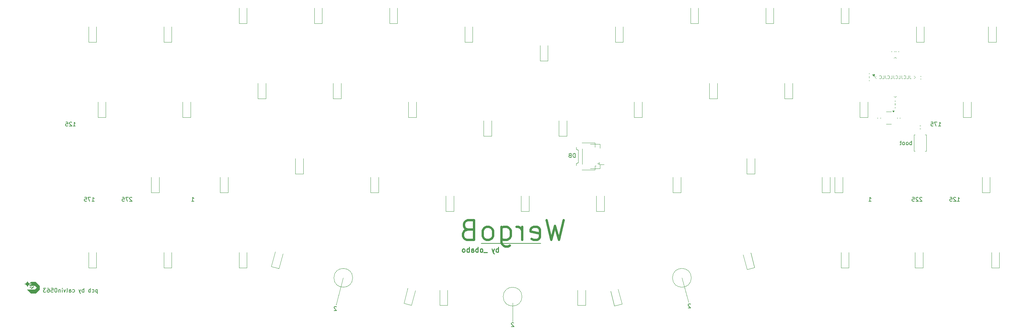
<source format=gbr>
%TF.GenerationSoftware,KiCad,Pcbnew,8.0.8*%
%TF.CreationDate,2025-03-15T15:29:21+01:00*%
%TF.ProjectId,wergob,77657267-6f62-42e6-9b69-6361645f7063,rev?*%
%TF.SameCoordinates,Original*%
%TF.FileFunction,Legend,Bot*%
%TF.FilePolarity,Positive*%
%FSLAX46Y46*%
G04 Gerber Fmt 4.6, Leading zero omitted, Abs format (unit mm)*
G04 Created by KiCad (PCBNEW 8.0.8) date 2025-03-15 15:29:21*
%MOMM*%
%LPD*%
G01*
G04 APERTURE LIST*
%ADD10C,0.100000*%
%ADD11C,0.200000*%
%ADD12C,0.125000*%
%ADD13C,0.625000*%
%ADD14C,0.250000*%
%ADD15C,0.120000*%
%ADD16C,0.000000*%
G04 APERTURE END LIST*
D10*
X107156250Y-95250000D02*
G75*
G02*
X102393750Y-95250000I-2381250J0D01*
G01*
X102393750Y-95250000D02*
G75*
G02*
X107156250Y-95250000I2381250J0D01*
G01*
D11*
X139700000Y-86518750D02*
X154781250Y-86518750D01*
D10*
X147637500Y-106362500D02*
X147637500Y-101600000D01*
X150018750Y-100012500D02*
G75*
G02*
X145256250Y-100012500I-2381250J0D01*
G01*
X145256250Y-100012500D02*
G75*
G02*
X150018750Y-100012500I2381250J0D01*
G01*
X192172361Y-101416135D02*
X190500000Y-95250000D01*
X102952615Y-102121588D02*
X104775000Y-95250000D01*
X192881250Y-95250000D02*
G75*
G02*
X188118750Y-95250000I-2381250J0D01*
G01*
X188118750Y-95250000D02*
G75*
G02*
X192881250Y-95250000I2381250J0D01*
G01*
D12*
X248170238Y-44013595D02*
X248170238Y-44585023D01*
X248170238Y-44585023D02*
X248208333Y-44699309D01*
X248208333Y-44699309D02*
X248284524Y-44775500D01*
X248284524Y-44775500D02*
X248398809Y-44813595D01*
X248398809Y-44813595D02*
X248475000Y-44813595D01*
X247408333Y-44813595D02*
X247789285Y-44813595D01*
X247789285Y-44813595D02*
X247789285Y-44013595D01*
X246684523Y-44737404D02*
X246722619Y-44775500D01*
X246722619Y-44775500D02*
X246836904Y-44813595D01*
X246836904Y-44813595D02*
X246913095Y-44813595D01*
X246913095Y-44813595D02*
X247027381Y-44775500D01*
X247027381Y-44775500D02*
X247103571Y-44699309D01*
X247103571Y-44699309D02*
X247141666Y-44623119D01*
X247141666Y-44623119D02*
X247179762Y-44470738D01*
X247179762Y-44470738D02*
X247179762Y-44356452D01*
X247179762Y-44356452D02*
X247141666Y-44204071D01*
X247141666Y-44204071D02*
X247103571Y-44127880D01*
X247103571Y-44127880D02*
X247027381Y-44051690D01*
X247027381Y-44051690D02*
X246913095Y-44013595D01*
X246913095Y-44013595D02*
X246836904Y-44013595D01*
X246836904Y-44013595D02*
X246722619Y-44051690D01*
X246722619Y-44051690D02*
X246684523Y-44089785D01*
X246113095Y-44013595D02*
X246113095Y-44585023D01*
X246113095Y-44585023D02*
X246151190Y-44699309D01*
X246151190Y-44699309D02*
X246227381Y-44775500D01*
X246227381Y-44775500D02*
X246341666Y-44813595D01*
X246341666Y-44813595D02*
X246417857Y-44813595D01*
X245351190Y-44813595D02*
X245732142Y-44813595D01*
X245732142Y-44813595D02*
X245732142Y-44013595D01*
X244627380Y-44737404D02*
X244665476Y-44775500D01*
X244665476Y-44775500D02*
X244779761Y-44813595D01*
X244779761Y-44813595D02*
X244855952Y-44813595D01*
X244855952Y-44813595D02*
X244970238Y-44775500D01*
X244970238Y-44775500D02*
X245046428Y-44699309D01*
X245046428Y-44699309D02*
X245084523Y-44623119D01*
X245084523Y-44623119D02*
X245122619Y-44470738D01*
X245122619Y-44470738D02*
X245122619Y-44356452D01*
X245122619Y-44356452D02*
X245084523Y-44204071D01*
X245084523Y-44204071D02*
X245046428Y-44127880D01*
X245046428Y-44127880D02*
X244970238Y-44051690D01*
X244970238Y-44051690D02*
X244855952Y-44013595D01*
X244855952Y-44013595D02*
X244779761Y-44013595D01*
X244779761Y-44013595D02*
X244665476Y-44051690D01*
X244665476Y-44051690D02*
X244627380Y-44089785D01*
X244055952Y-44013595D02*
X244055952Y-44585023D01*
X244055952Y-44585023D02*
X244094047Y-44699309D01*
X244094047Y-44699309D02*
X244170238Y-44775500D01*
X244170238Y-44775500D02*
X244284523Y-44813595D01*
X244284523Y-44813595D02*
X244360714Y-44813595D01*
X243294047Y-44813595D02*
X243674999Y-44813595D01*
X243674999Y-44813595D02*
X243674999Y-44013595D01*
X242570237Y-44737404D02*
X242608333Y-44775500D01*
X242608333Y-44775500D02*
X242722618Y-44813595D01*
X242722618Y-44813595D02*
X242798809Y-44813595D01*
X242798809Y-44813595D02*
X242913095Y-44775500D01*
X242913095Y-44775500D02*
X242989285Y-44699309D01*
X242989285Y-44699309D02*
X243027380Y-44623119D01*
X243027380Y-44623119D02*
X243065476Y-44470738D01*
X243065476Y-44470738D02*
X243065476Y-44356452D01*
X243065476Y-44356452D02*
X243027380Y-44204071D01*
X243027380Y-44204071D02*
X242989285Y-44127880D01*
X242989285Y-44127880D02*
X242913095Y-44051690D01*
X242913095Y-44051690D02*
X242798809Y-44013595D01*
X242798809Y-44013595D02*
X242722618Y-44013595D01*
X242722618Y-44013595D02*
X242608333Y-44051690D01*
X242608333Y-44051690D02*
X242570237Y-44089785D01*
X241998809Y-44013595D02*
X241998809Y-44585023D01*
X241998809Y-44585023D02*
X242036904Y-44699309D01*
X242036904Y-44699309D02*
X242113095Y-44775500D01*
X242113095Y-44775500D02*
X242227380Y-44813595D01*
X242227380Y-44813595D02*
X242303571Y-44813595D01*
X241236904Y-44813595D02*
X241617856Y-44813595D01*
X241617856Y-44813595D02*
X241617856Y-44013595D01*
X240513094Y-44737404D02*
X240551190Y-44775500D01*
X240551190Y-44775500D02*
X240665475Y-44813595D01*
X240665475Y-44813595D02*
X240741666Y-44813595D01*
X240741666Y-44813595D02*
X240855952Y-44775500D01*
X240855952Y-44775500D02*
X240932142Y-44699309D01*
X240932142Y-44699309D02*
X240970237Y-44623119D01*
X240970237Y-44623119D02*
X241008333Y-44470738D01*
X241008333Y-44470738D02*
X241008333Y-44356452D01*
X241008333Y-44356452D02*
X240970237Y-44204071D01*
X240970237Y-44204071D02*
X240932142Y-44127880D01*
X240932142Y-44127880D02*
X240855952Y-44051690D01*
X240855952Y-44051690D02*
X240741666Y-44013595D01*
X240741666Y-44013595D02*
X240665475Y-44013595D01*
X240665475Y-44013595D02*
X240551190Y-44051690D01*
X240551190Y-44051690D02*
X240513094Y-44089785D01*
D11*
X163480654Y-64745969D02*
X163480654Y-63745969D01*
X163480654Y-63745969D02*
X163242559Y-63745969D01*
X163242559Y-63745969D02*
X163099702Y-63793588D01*
X163099702Y-63793588D02*
X163004464Y-63888826D01*
X163004464Y-63888826D02*
X162956845Y-63984064D01*
X162956845Y-63984064D02*
X162909226Y-64174540D01*
X162909226Y-64174540D02*
X162909226Y-64317397D01*
X162909226Y-64317397D02*
X162956845Y-64507873D01*
X162956845Y-64507873D02*
X163004464Y-64603111D01*
X163004464Y-64603111D02*
X163099702Y-64698350D01*
X163099702Y-64698350D02*
X163242559Y-64745969D01*
X163242559Y-64745969D02*
X163480654Y-64745969D01*
X162147321Y-64222159D02*
X162004464Y-64269778D01*
X162004464Y-64269778D02*
X161956845Y-64317397D01*
X161956845Y-64317397D02*
X161909226Y-64412635D01*
X161909226Y-64412635D02*
X161909226Y-64555492D01*
X161909226Y-64555492D02*
X161956845Y-64650730D01*
X161956845Y-64650730D02*
X162004464Y-64698350D01*
X162004464Y-64698350D02*
X162099702Y-64745969D01*
X162099702Y-64745969D02*
X162480654Y-64745969D01*
X162480654Y-64745969D02*
X162480654Y-63745969D01*
X162480654Y-63745969D02*
X162147321Y-63745969D01*
X162147321Y-63745969D02*
X162052083Y-63793588D01*
X162052083Y-63793588D02*
X162004464Y-63841207D01*
X162004464Y-63841207D02*
X161956845Y-63936445D01*
X161956845Y-63936445D02*
X161956845Y-64031683D01*
X161956845Y-64031683D02*
X162004464Y-64126921D01*
X162004464Y-64126921D02*
X162052083Y-64174540D01*
X162052083Y-64174540D02*
X162147321Y-64222159D01*
X162147321Y-64222159D02*
X162480654Y-64222159D01*
X251269344Y-74953707D02*
X251221725Y-74906088D01*
X251221725Y-74906088D02*
X251126487Y-74858469D01*
X251126487Y-74858469D02*
X250888392Y-74858469D01*
X250888392Y-74858469D02*
X250793154Y-74906088D01*
X250793154Y-74906088D02*
X250745535Y-74953707D01*
X250745535Y-74953707D02*
X250697916Y-75048945D01*
X250697916Y-75048945D02*
X250697916Y-75144183D01*
X250697916Y-75144183D02*
X250745535Y-75287040D01*
X250745535Y-75287040D02*
X251316963Y-75858469D01*
X251316963Y-75858469D02*
X250697916Y-75858469D01*
X250316963Y-74953707D02*
X250269344Y-74906088D01*
X250269344Y-74906088D02*
X250174106Y-74858469D01*
X250174106Y-74858469D02*
X249936011Y-74858469D01*
X249936011Y-74858469D02*
X249840773Y-74906088D01*
X249840773Y-74906088D02*
X249793154Y-74953707D01*
X249793154Y-74953707D02*
X249745535Y-75048945D01*
X249745535Y-75048945D02*
X249745535Y-75144183D01*
X249745535Y-75144183D02*
X249793154Y-75287040D01*
X249793154Y-75287040D02*
X250364582Y-75858469D01*
X250364582Y-75858469D02*
X249745535Y-75858469D01*
X248840773Y-74858469D02*
X249316963Y-74858469D01*
X249316963Y-74858469D02*
X249364582Y-75334659D01*
X249364582Y-75334659D02*
X249316963Y-75287040D01*
X249316963Y-75287040D02*
X249221725Y-75239421D01*
X249221725Y-75239421D02*
X248983630Y-75239421D01*
X248983630Y-75239421D02*
X248888392Y-75287040D01*
X248888392Y-75287040D02*
X248840773Y-75334659D01*
X248840773Y-75334659D02*
X248793154Y-75429897D01*
X248793154Y-75429897D02*
X248793154Y-75667992D01*
X248793154Y-75667992D02*
X248840773Y-75763230D01*
X248840773Y-75763230D02*
X248888392Y-75810850D01*
X248888392Y-75810850D02*
X248983630Y-75858469D01*
X248983630Y-75858469D02*
X249221725Y-75858469D01*
X249221725Y-75858469D02*
X249316963Y-75810850D01*
X249316963Y-75810850D02*
X249364582Y-75763230D01*
X41147916Y-75858469D02*
X41719344Y-75858469D01*
X41433630Y-75858469D02*
X41433630Y-74858469D01*
X41433630Y-74858469D02*
X41528868Y-75001326D01*
X41528868Y-75001326D02*
X41624106Y-75096564D01*
X41624106Y-75096564D02*
X41719344Y-75144183D01*
X40814582Y-74858469D02*
X40147916Y-74858469D01*
X40147916Y-74858469D02*
X40576487Y-75858469D01*
X39290773Y-74858469D02*
X39766963Y-74858469D01*
X39766963Y-74858469D02*
X39814582Y-75334659D01*
X39814582Y-75334659D02*
X39766963Y-75287040D01*
X39766963Y-75287040D02*
X39671725Y-75239421D01*
X39671725Y-75239421D02*
X39433630Y-75239421D01*
X39433630Y-75239421D02*
X39338392Y-75287040D01*
X39338392Y-75287040D02*
X39290773Y-75334659D01*
X39290773Y-75334659D02*
X39243154Y-75429897D01*
X39243154Y-75429897D02*
X39243154Y-75667992D01*
X39243154Y-75667992D02*
X39290773Y-75763230D01*
X39290773Y-75763230D02*
X39338392Y-75810850D01*
X39338392Y-75810850D02*
X39433630Y-75858469D01*
X39433630Y-75858469D02*
X39671725Y-75858469D01*
X39671725Y-75858469D02*
X39766963Y-75810850D01*
X39766963Y-75810850D02*
X39814582Y-75763230D01*
X260222916Y-75858469D02*
X260794344Y-75858469D01*
X260508630Y-75858469D02*
X260508630Y-74858469D01*
X260508630Y-74858469D02*
X260603868Y-75001326D01*
X260603868Y-75001326D02*
X260699106Y-75096564D01*
X260699106Y-75096564D02*
X260794344Y-75144183D01*
X259841963Y-74953707D02*
X259794344Y-74906088D01*
X259794344Y-74906088D02*
X259699106Y-74858469D01*
X259699106Y-74858469D02*
X259461011Y-74858469D01*
X259461011Y-74858469D02*
X259365773Y-74906088D01*
X259365773Y-74906088D02*
X259318154Y-74953707D01*
X259318154Y-74953707D02*
X259270535Y-75048945D01*
X259270535Y-75048945D02*
X259270535Y-75144183D01*
X259270535Y-75144183D02*
X259318154Y-75287040D01*
X259318154Y-75287040D02*
X259889582Y-75858469D01*
X259889582Y-75858469D02*
X259270535Y-75858469D01*
X258365773Y-74858469D02*
X258841963Y-74858469D01*
X258841963Y-74858469D02*
X258889582Y-75334659D01*
X258889582Y-75334659D02*
X258841963Y-75287040D01*
X258841963Y-75287040D02*
X258746725Y-75239421D01*
X258746725Y-75239421D02*
X258508630Y-75239421D01*
X258508630Y-75239421D02*
X258413392Y-75287040D01*
X258413392Y-75287040D02*
X258365773Y-75334659D01*
X258365773Y-75334659D02*
X258318154Y-75429897D01*
X258318154Y-75429897D02*
X258318154Y-75667992D01*
X258318154Y-75667992D02*
X258365773Y-75763230D01*
X258365773Y-75763230D02*
X258413392Y-75810850D01*
X258413392Y-75810850D02*
X258508630Y-75858469D01*
X258508630Y-75858469D02*
X258746725Y-75858469D01*
X258746725Y-75858469D02*
X258841963Y-75810850D01*
X258841963Y-75810850D02*
X258889582Y-75763230D01*
X51244344Y-74953707D02*
X51196725Y-74906088D01*
X51196725Y-74906088D02*
X51101487Y-74858469D01*
X51101487Y-74858469D02*
X50863392Y-74858469D01*
X50863392Y-74858469D02*
X50768154Y-74906088D01*
X50768154Y-74906088D02*
X50720535Y-74953707D01*
X50720535Y-74953707D02*
X50672916Y-75048945D01*
X50672916Y-75048945D02*
X50672916Y-75144183D01*
X50672916Y-75144183D02*
X50720535Y-75287040D01*
X50720535Y-75287040D02*
X51291963Y-75858469D01*
X51291963Y-75858469D02*
X50672916Y-75858469D01*
X50339582Y-74858469D02*
X49672916Y-74858469D01*
X49672916Y-74858469D02*
X50101487Y-75858469D01*
X48815773Y-74858469D02*
X49291963Y-74858469D01*
X49291963Y-74858469D02*
X49339582Y-75334659D01*
X49339582Y-75334659D02*
X49291963Y-75287040D01*
X49291963Y-75287040D02*
X49196725Y-75239421D01*
X49196725Y-75239421D02*
X48958630Y-75239421D01*
X48958630Y-75239421D02*
X48863392Y-75287040D01*
X48863392Y-75287040D02*
X48815773Y-75334659D01*
X48815773Y-75334659D02*
X48768154Y-75429897D01*
X48768154Y-75429897D02*
X48768154Y-75667992D01*
X48768154Y-75667992D02*
X48815773Y-75763230D01*
X48815773Y-75763230D02*
X48863392Y-75810850D01*
X48863392Y-75810850D02*
X48958630Y-75858469D01*
X48958630Y-75858469D02*
X49196725Y-75858469D01*
X49196725Y-75858469D02*
X49291963Y-75810850D01*
X49291963Y-75810850D02*
X49339582Y-75763230D01*
X42528274Y-98210552D02*
X42528274Y-99210552D01*
X42528274Y-98258171D02*
X42433036Y-98210552D01*
X42433036Y-98210552D02*
X42242560Y-98210552D01*
X42242560Y-98210552D02*
X42147322Y-98258171D01*
X42147322Y-98258171D02*
X42099703Y-98305790D01*
X42099703Y-98305790D02*
X42052084Y-98401028D01*
X42052084Y-98401028D02*
X42052084Y-98686742D01*
X42052084Y-98686742D02*
X42099703Y-98781980D01*
X42099703Y-98781980D02*
X42147322Y-98829600D01*
X42147322Y-98829600D02*
X42242560Y-98877219D01*
X42242560Y-98877219D02*
X42433036Y-98877219D01*
X42433036Y-98877219D02*
X42528274Y-98829600D01*
X41194941Y-98829600D02*
X41290179Y-98877219D01*
X41290179Y-98877219D02*
X41480655Y-98877219D01*
X41480655Y-98877219D02*
X41575893Y-98829600D01*
X41575893Y-98829600D02*
X41623512Y-98781980D01*
X41623512Y-98781980D02*
X41671131Y-98686742D01*
X41671131Y-98686742D02*
X41671131Y-98401028D01*
X41671131Y-98401028D02*
X41623512Y-98305790D01*
X41623512Y-98305790D02*
X41575893Y-98258171D01*
X41575893Y-98258171D02*
X41480655Y-98210552D01*
X41480655Y-98210552D02*
X41290179Y-98210552D01*
X41290179Y-98210552D02*
X41194941Y-98258171D01*
X40766369Y-98877219D02*
X40766369Y-97877219D01*
X40766369Y-98258171D02*
X40671131Y-98210552D01*
X40671131Y-98210552D02*
X40480655Y-98210552D01*
X40480655Y-98210552D02*
X40385417Y-98258171D01*
X40385417Y-98258171D02*
X40337798Y-98305790D01*
X40337798Y-98305790D02*
X40290179Y-98401028D01*
X40290179Y-98401028D02*
X40290179Y-98686742D01*
X40290179Y-98686742D02*
X40337798Y-98781980D01*
X40337798Y-98781980D02*
X40385417Y-98829600D01*
X40385417Y-98829600D02*
X40480655Y-98877219D01*
X40480655Y-98877219D02*
X40671131Y-98877219D01*
X40671131Y-98877219D02*
X40766369Y-98829600D01*
X39099702Y-98877219D02*
X39099702Y-97877219D01*
X39099702Y-98258171D02*
X39004464Y-98210552D01*
X39004464Y-98210552D02*
X38813988Y-98210552D01*
X38813988Y-98210552D02*
X38718750Y-98258171D01*
X38718750Y-98258171D02*
X38671131Y-98305790D01*
X38671131Y-98305790D02*
X38623512Y-98401028D01*
X38623512Y-98401028D02*
X38623512Y-98686742D01*
X38623512Y-98686742D02*
X38671131Y-98781980D01*
X38671131Y-98781980D02*
X38718750Y-98829600D01*
X38718750Y-98829600D02*
X38813988Y-98877219D01*
X38813988Y-98877219D02*
X39004464Y-98877219D01*
X39004464Y-98877219D02*
X39099702Y-98829600D01*
X38290178Y-98210552D02*
X38052083Y-98877219D01*
X37813988Y-98210552D02*
X38052083Y-98877219D01*
X38052083Y-98877219D02*
X38147321Y-99115314D01*
X38147321Y-99115314D02*
X38194940Y-99162933D01*
X38194940Y-99162933D02*
X38290178Y-99210552D01*
X36242559Y-98829600D02*
X36337797Y-98877219D01*
X36337797Y-98877219D02*
X36528273Y-98877219D01*
X36528273Y-98877219D02*
X36623511Y-98829600D01*
X36623511Y-98829600D02*
X36671130Y-98781980D01*
X36671130Y-98781980D02*
X36718749Y-98686742D01*
X36718749Y-98686742D02*
X36718749Y-98401028D01*
X36718749Y-98401028D02*
X36671130Y-98305790D01*
X36671130Y-98305790D02*
X36623511Y-98258171D01*
X36623511Y-98258171D02*
X36528273Y-98210552D01*
X36528273Y-98210552D02*
X36337797Y-98210552D01*
X36337797Y-98210552D02*
X36242559Y-98258171D01*
X35385416Y-98877219D02*
X35385416Y-98353409D01*
X35385416Y-98353409D02*
X35433035Y-98258171D01*
X35433035Y-98258171D02*
X35528273Y-98210552D01*
X35528273Y-98210552D02*
X35718749Y-98210552D01*
X35718749Y-98210552D02*
X35813987Y-98258171D01*
X35385416Y-98829600D02*
X35480654Y-98877219D01*
X35480654Y-98877219D02*
X35718749Y-98877219D01*
X35718749Y-98877219D02*
X35813987Y-98829600D01*
X35813987Y-98829600D02*
X35861606Y-98734361D01*
X35861606Y-98734361D02*
X35861606Y-98639123D01*
X35861606Y-98639123D02*
X35813987Y-98543885D01*
X35813987Y-98543885D02*
X35718749Y-98496266D01*
X35718749Y-98496266D02*
X35480654Y-98496266D01*
X35480654Y-98496266D02*
X35385416Y-98448647D01*
X34766368Y-98877219D02*
X34861606Y-98829600D01*
X34861606Y-98829600D02*
X34909225Y-98734361D01*
X34909225Y-98734361D02*
X34909225Y-97877219D01*
X34480653Y-98210552D02*
X34242558Y-98877219D01*
X34242558Y-98877219D02*
X34004463Y-98210552D01*
X33623510Y-98877219D02*
X33623510Y-98210552D01*
X33623510Y-97877219D02*
X33671129Y-97924838D01*
X33671129Y-97924838D02*
X33623510Y-97972457D01*
X33623510Y-97972457D02*
X33575891Y-97924838D01*
X33575891Y-97924838D02*
X33623510Y-97877219D01*
X33623510Y-97877219D02*
X33623510Y-97972457D01*
X33147320Y-98210552D02*
X33147320Y-98877219D01*
X33147320Y-98305790D02*
X33099701Y-98258171D01*
X33099701Y-98258171D02*
X33004463Y-98210552D01*
X33004463Y-98210552D02*
X32861606Y-98210552D01*
X32861606Y-98210552D02*
X32766368Y-98258171D01*
X32766368Y-98258171D02*
X32718749Y-98353409D01*
X32718749Y-98353409D02*
X32718749Y-98877219D01*
X32052082Y-97877219D02*
X31956844Y-97877219D01*
X31956844Y-97877219D02*
X31861606Y-97924838D01*
X31861606Y-97924838D02*
X31813987Y-97972457D01*
X31813987Y-97972457D02*
X31766368Y-98067695D01*
X31766368Y-98067695D02*
X31718749Y-98258171D01*
X31718749Y-98258171D02*
X31718749Y-98496266D01*
X31718749Y-98496266D02*
X31766368Y-98686742D01*
X31766368Y-98686742D02*
X31813987Y-98781980D01*
X31813987Y-98781980D02*
X31861606Y-98829600D01*
X31861606Y-98829600D02*
X31956844Y-98877219D01*
X31956844Y-98877219D02*
X32052082Y-98877219D01*
X32052082Y-98877219D02*
X32147320Y-98829600D01*
X32147320Y-98829600D02*
X32194939Y-98781980D01*
X32194939Y-98781980D02*
X32242558Y-98686742D01*
X32242558Y-98686742D02*
X32290177Y-98496266D01*
X32290177Y-98496266D02*
X32290177Y-98258171D01*
X32290177Y-98258171D02*
X32242558Y-98067695D01*
X32242558Y-98067695D02*
X32194939Y-97972457D01*
X32194939Y-97972457D02*
X32147320Y-97924838D01*
X32147320Y-97924838D02*
X32052082Y-97877219D01*
X30813987Y-97877219D02*
X31290177Y-97877219D01*
X31290177Y-97877219D02*
X31337796Y-98353409D01*
X31337796Y-98353409D02*
X31290177Y-98305790D01*
X31290177Y-98305790D02*
X31194939Y-98258171D01*
X31194939Y-98258171D02*
X30956844Y-98258171D01*
X30956844Y-98258171D02*
X30861606Y-98305790D01*
X30861606Y-98305790D02*
X30813987Y-98353409D01*
X30813987Y-98353409D02*
X30766368Y-98448647D01*
X30766368Y-98448647D02*
X30766368Y-98686742D01*
X30766368Y-98686742D02*
X30813987Y-98781980D01*
X30813987Y-98781980D02*
X30861606Y-98829600D01*
X30861606Y-98829600D02*
X30956844Y-98877219D01*
X30956844Y-98877219D02*
X31194939Y-98877219D01*
X31194939Y-98877219D02*
X31290177Y-98829600D01*
X31290177Y-98829600D02*
X31337796Y-98781980D01*
X29909225Y-97877219D02*
X30099701Y-97877219D01*
X30099701Y-97877219D02*
X30194939Y-97924838D01*
X30194939Y-97924838D02*
X30242558Y-97972457D01*
X30242558Y-97972457D02*
X30337796Y-98115314D01*
X30337796Y-98115314D02*
X30385415Y-98305790D01*
X30385415Y-98305790D02*
X30385415Y-98686742D01*
X30385415Y-98686742D02*
X30337796Y-98781980D01*
X30337796Y-98781980D02*
X30290177Y-98829600D01*
X30290177Y-98829600D02*
X30194939Y-98877219D01*
X30194939Y-98877219D02*
X30004463Y-98877219D01*
X30004463Y-98877219D02*
X29909225Y-98829600D01*
X29909225Y-98829600D02*
X29861606Y-98781980D01*
X29861606Y-98781980D02*
X29813987Y-98686742D01*
X29813987Y-98686742D02*
X29813987Y-98448647D01*
X29813987Y-98448647D02*
X29861606Y-98353409D01*
X29861606Y-98353409D02*
X29909225Y-98305790D01*
X29909225Y-98305790D02*
X30004463Y-98258171D01*
X30004463Y-98258171D02*
X30194939Y-98258171D01*
X30194939Y-98258171D02*
X30290177Y-98305790D01*
X30290177Y-98305790D02*
X30337796Y-98353409D01*
X30337796Y-98353409D02*
X30385415Y-98448647D01*
X29480653Y-97877219D02*
X28861606Y-97877219D01*
X28861606Y-97877219D02*
X29194939Y-98258171D01*
X29194939Y-98258171D02*
X29052082Y-98258171D01*
X29052082Y-98258171D02*
X28956844Y-98305790D01*
X28956844Y-98305790D02*
X28909225Y-98353409D01*
X28909225Y-98353409D02*
X28861606Y-98448647D01*
X28861606Y-98448647D02*
X28861606Y-98686742D01*
X28861606Y-98686742D02*
X28909225Y-98781980D01*
X28909225Y-98781980D02*
X28956844Y-98829600D01*
X28956844Y-98829600D02*
X29052082Y-98877219D01*
X29052082Y-98877219D02*
X29337796Y-98877219D01*
X29337796Y-98877219D02*
X29433034Y-98829600D01*
X29433034Y-98829600D02*
X29480653Y-98781980D01*
X255460416Y-56808469D02*
X256031844Y-56808469D01*
X255746130Y-56808469D02*
X255746130Y-55808469D01*
X255746130Y-55808469D02*
X255841368Y-55951326D01*
X255841368Y-55951326D02*
X255936606Y-56046564D01*
X255936606Y-56046564D02*
X256031844Y-56094183D01*
X255127082Y-55808469D02*
X254460416Y-55808469D01*
X254460416Y-55808469D02*
X254888987Y-56808469D01*
X253603273Y-55808469D02*
X254079463Y-55808469D01*
X254079463Y-55808469D02*
X254127082Y-56284659D01*
X254127082Y-56284659D02*
X254079463Y-56237040D01*
X254079463Y-56237040D02*
X253984225Y-56189421D01*
X253984225Y-56189421D02*
X253746130Y-56189421D01*
X253746130Y-56189421D02*
X253650892Y-56237040D01*
X253650892Y-56237040D02*
X253603273Y-56284659D01*
X253603273Y-56284659D02*
X253555654Y-56379897D01*
X253555654Y-56379897D02*
X253555654Y-56617992D01*
X253555654Y-56617992D02*
X253603273Y-56713230D01*
X253603273Y-56713230D02*
X253650892Y-56760850D01*
X253650892Y-56760850D02*
X253746130Y-56808469D01*
X253746130Y-56808469D02*
X253984225Y-56808469D01*
X253984225Y-56808469D02*
X254079463Y-56760850D01*
X254079463Y-56760850D02*
X254127082Y-56713230D01*
X66389285Y-75858469D02*
X66960713Y-75858469D01*
X66674999Y-75858469D02*
X66674999Y-74858469D01*
X66674999Y-74858469D02*
X66770237Y-75001326D01*
X66770237Y-75001326D02*
X66865475Y-75096564D01*
X66865475Y-75096564D02*
X66960713Y-75144183D01*
X36385416Y-56808469D02*
X36956844Y-56808469D01*
X36671130Y-56808469D02*
X36671130Y-55808469D01*
X36671130Y-55808469D02*
X36766368Y-55951326D01*
X36766368Y-55951326D02*
X36861606Y-56046564D01*
X36861606Y-56046564D02*
X36956844Y-56094183D01*
X36004463Y-55903707D02*
X35956844Y-55856088D01*
X35956844Y-55856088D02*
X35861606Y-55808469D01*
X35861606Y-55808469D02*
X35623511Y-55808469D01*
X35623511Y-55808469D02*
X35528273Y-55856088D01*
X35528273Y-55856088D02*
X35480654Y-55903707D01*
X35480654Y-55903707D02*
X35433035Y-55998945D01*
X35433035Y-55998945D02*
X35433035Y-56094183D01*
X35433035Y-56094183D02*
X35480654Y-56237040D01*
X35480654Y-56237040D02*
X36052082Y-56808469D01*
X36052082Y-56808469D02*
X35433035Y-56808469D01*
X34528273Y-55808469D02*
X35004463Y-55808469D01*
X35004463Y-55808469D02*
X35052082Y-56284659D01*
X35052082Y-56284659D02*
X35004463Y-56237040D01*
X35004463Y-56237040D02*
X34909225Y-56189421D01*
X34909225Y-56189421D02*
X34671130Y-56189421D01*
X34671130Y-56189421D02*
X34575892Y-56237040D01*
X34575892Y-56237040D02*
X34528273Y-56284659D01*
X34528273Y-56284659D02*
X34480654Y-56379897D01*
X34480654Y-56379897D02*
X34480654Y-56617992D01*
X34480654Y-56617992D02*
X34528273Y-56713230D01*
X34528273Y-56713230D02*
X34575892Y-56760850D01*
X34575892Y-56760850D02*
X34671130Y-56808469D01*
X34671130Y-56808469D02*
X34909225Y-56808469D01*
X34909225Y-56808469D02*
X35004463Y-56760850D01*
X35004463Y-56760850D02*
X35052082Y-56713230D01*
X147923213Y-106703707D02*
X147875594Y-106656088D01*
X147875594Y-106656088D02*
X147780356Y-106608469D01*
X147780356Y-106608469D02*
X147542261Y-106608469D01*
X147542261Y-106608469D02*
X147447023Y-106656088D01*
X147447023Y-106656088D02*
X147399404Y-106703707D01*
X147399404Y-106703707D02*
X147351785Y-106798945D01*
X147351785Y-106798945D02*
X147351785Y-106894183D01*
X147351785Y-106894183D02*
X147399404Y-107037040D01*
X147399404Y-107037040D02*
X147970832Y-107608469D01*
X147970832Y-107608469D02*
X147351785Y-107608469D01*
X192670225Y-101941207D02*
X192622606Y-101893588D01*
X192622606Y-101893588D02*
X192527368Y-101845969D01*
X192527368Y-101845969D02*
X192289273Y-101845969D01*
X192289273Y-101845969D02*
X192194035Y-101893588D01*
X192194035Y-101893588D02*
X192146416Y-101941207D01*
X192146416Y-101941207D02*
X192098797Y-102036445D01*
X192098797Y-102036445D02*
X192098797Y-102131683D01*
X192098797Y-102131683D02*
X192146416Y-102274540D01*
X192146416Y-102274540D02*
X192717844Y-102845969D01*
X192717844Y-102845969D02*
X192098797Y-102845969D01*
D13*
X160494643Y-80624345D02*
X159304167Y-85624345D01*
X159304167Y-85624345D02*
X158351786Y-82052916D01*
X158351786Y-82052916D02*
X157399405Y-85624345D01*
X157399405Y-85624345D02*
X156208929Y-80624345D01*
X152399404Y-85386250D02*
X152875595Y-85624345D01*
X152875595Y-85624345D02*
X153827976Y-85624345D01*
X153827976Y-85624345D02*
X154304166Y-85386250D01*
X154304166Y-85386250D02*
X154542262Y-84910059D01*
X154542262Y-84910059D02*
X154542262Y-83005297D01*
X154542262Y-83005297D02*
X154304166Y-82529107D01*
X154304166Y-82529107D02*
X153827976Y-82291011D01*
X153827976Y-82291011D02*
X152875595Y-82291011D01*
X152875595Y-82291011D02*
X152399404Y-82529107D01*
X152399404Y-82529107D02*
X152161309Y-83005297D01*
X152161309Y-83005297D02*
X152161309Y-83481488D01*
X152161309Y-83481488D02*
X154542262Y-83957678D01*
X150018452Y-85624345D02*
X150018452Y-82291011D01*
X150018452Y-83243392D02*
X149780357Y-82767202D01*
X149780357Y-82767202D02*
X149542262Y-82529107D01*
X149542262Y-82529107D02*
X149066071Y-82291011D01*
X149066071Y-82291011D02*
X148589881Y-82291011D01*
X144780357Y-82291011D02*
X144780357Y-86338630D01*
X144780357Y-86338630D02*
X145018452Y-86814821D01*
X145018452Y-86814821D02*
X145256548Y-87052916D01*
X145256548Y-87052916D02*
X145732738Y-87291011D01*
X145732738Y-87291011D02*
X146447024Y-87291011D01*
X146447024Y-87291011D02*
X146923214Y-87052916D01*
X144780357Y-85386250D02*
X145256548Y-85624345D01*
X145256548Y-85624345D02*
X146208929Y-85624345D01*
X146208929Y-85624345D02*
X146685119Y-85386250D01*
X146685119Y-85386250D02*
X146923214Y-85148154D01*
X146923214Y-85148154D02*
X147161310Y-84671964D01*
X147161310Y-84671964D02*
X147161310Y-83243392D01*
X147161310Y-83243392D02*
X146923214Y-82767202D01*
X146923214Y-82767202D02*
X146685119Y-82529107D01*
X146685119Y-82529107D02*
X146208929Y-82291011D01*
X146208929Y-82291011D02*
X145256548Y-82291011D01*
X145256548Y-82291011D02*
X144780357Y-82529107D01*
X141685119Y-85624345D02*
X142161309Y-85386250D01*
X142161309Y-85386250D02*
X142399404Y-85148154D01*
X142399404Y-85148154D02*
X142637500Y-84671964D01*
X142637500Y-84671964D02*
X142637500Y-83243392D01*
X142637500Y-83243392D02*
X142399404Y-82767202D01*
X142399404Y-82767202D02*
X142161309Y-82529107D01*
X142161309Y-82529107D02*
X141685119Y-82291011D01*
X141685119Y-82291011D02*
X140970833Y-82291011D01*
X140970833Y-82291011D02*
X140494642Y-82529107D01*
X140494642Y-82529107D02*
X140256547Y-82767202D01*
X140256547Y-82767202D02*
X140018452Y-83243392D01*
X140018452Y-83243392D02*
X140018452Y-84671964D01*
X140018452Y-84671964D02*
X140256547Y-85148154D01*
X140256547Y-85148154D02*
X140494642Y-85386250D01*
X140494642Y-85386250D02*
X140970833Y-85624345D01*
X140970833Y-85624345D02*
X141685119Y-85624345D01*
X136208928Y-83005297D02*
X135494642Y-83243392D01*
X135494642Y-83243392D02*
X135256547Y-83481488D01*
X135256547Y-83481488D02*
X135018451Y-83957678D01*
X135018451Y-83957678D02*
X135018451Y-84671964D01*
X135018451Y-84671964D02*
X135256547Y-85148154D01*
X135256547Y-85148154D02*
X135494642Y-85386250D01*
X135494642Y-85386250D02*
X135970832Y-85624345D01*
X135970832Y-85624345D02*
X137875594Y-85624345D01*
X137875594Y-85624345D02*
X137875594Y-80624345D01*
X137875594Y-80624345D02*
X136208928Y-80624345D01*
X136208928Y-80624345D02*
X135732737Y-80862440D01*
X135732737Y-80862440D02*
X135494642Y-81100535D01*
X135494642Y-81100535D02*
X135256547Y-81576726D01*
X135256547Y-81576726D02*
X135256547Y-82052916D01*
X135256547Y-82052916D02*
X135494642Y-82529107D01*
X135494642Y-82529107D02*
X135732737Y-82767202D01*
X135732737Y-82767202D02*
X136208928Y-83005297D01*
X136208928Y-83005297D02*
X137875594Y-83005297D01*
D11*
X237839285Y-75858469D02*
X238410713Y-75858469D01*
X238124999Y-75858469D02*
X238124999Y-74858469D01*
X238124999Y-74858469D02*
X238220237Y-75001326D01*
X238220237Y-75001326D02*
X238315475Y-75096564D01*
X238315475Y-75096564D02*
X238410713Y-75144183D01*
X248654761Y-61570969D02*
X248654761Y-60570969D01*
X248654761Y-60951921D02*
X248559523Y-60904302D01*
X248559523Y-60904302D02*
X248369047Y-60904302D01*
X248369047Y-60904302D02*
X248273809Y-60951921D01*
X248273809Y-60951921D02*
X248226190Y-60999540D01*
X248226190Y-60999540D02*
X248178571Y-61094778D01*
X248178571Y-61094778D02*
X248178571Y-61380492D01*
X248178571Y-61380492D02*
X248226190Y-61475730D01*
X248226190Y-61475730D02*
X248273809Y-61523350D01*
X248273809Y-61523350D02*
X248369047Y-61570969D01*
X248369047Y-61570969D02*
X248559523Y-61570969D01*
X248559523Y-61570969D02*
X248654761Y-61523350D01*
X247607142Y-61570969D02*
X247702380Y-61523350D01*
X247702380Y-61523350D02*
X247749999Y-61475730D01*
X247749999Y-61475730D02*
X247797618Y-61380492D01*
X247797618Y-61380492D02*
X247797618Y-61094778D01*
X247797618Y-61094778D02*
X247749999Y-60999540D01*
X247749999Y-60999540D02*
X247702380Y-60951921D01*
X247702380Y-60951921D02*
X247607142Y-60904302D01*
X247607142Y-60904302D02*
X247464285Y-60904302D01*
X247464285Y-60904302D02*
X247369047Y-60951921D01*
X247369047Y-60951921D02*
X247321428Y-60999540D01*
X247321428Y-60999540D02*
X247273809Y-61094778D01*
X247273809Y-61094778D02*
X247273809Y-61380492D01*
X247273809Y-61380492D02*
X247321428Y-61475730D01*
X247321428Y-61475730D02*
X247369047Y-61523350D01*
X247369047Y-61523350D02*
X247464285Y-61570969D01*
X247464285Y-61570969D02*
X247607142Y-61570969D01*
X246702380Y-61570969D02*
X246797618Y-61523350D01*
X246797618Y-61523350D02*
X246845237Y-61475730D01*
X246845237Y-61475730D02*
X246892856Y-61380492D01*
X246892856Y-61380492D02*
X246892856Y-61094778D01*
X246892856Y-61094778D02*
X246845237Y-60999540D01*
X246845237Y-60999540D02*
X246797618Y-60951921D01*
X246797618Y-60951921D02*
X246702380Y-60904302D01*
X246702380Y-60904302D02*
X246559523Y-60904302D01*
X246559523Y-60904302D02*
X246464285Y-60951921D01*
X246464285Y-60951921D02*
X246416666Y-60999540D01*
X246416666Y-60999540D02*
X246369047Y-61094778D01*
X246369047Y-61094778D02*
X246369047Y-61380492D01*
X246369047Y-61380492D02*
X246416666Y-61475730D01*
X246416666Y-61475730D02*
X246464285Y-61523350D01*
X246464285Y-61523350D02*
X246559523Y-61570969D01*
X246559523Y-61570969D02*
X246702380Y-61570969D01*
X246083332Y-60904302D02*
X245702380Y-60904302D01*
X245940475Y-60570969D02*
X245940475Y-61428111D01*
X245940475Y-61428111D02*
X245892856Y-61523350D01*
X245892856Y-61523350D02*
X245797618Y-61570969D01*
X245797618Y-61570969D02*
X245702380Y-61570969D01*
X103034766Y-102607666D02*
X102987147Y-102560047D01*
X102987147Y-102560047D02*
X102891909Y-102512428D01*
X102891909Y-102512428D02*
X102653814Y-102512428D01*
X102653814Y-102512428D02*
X102558576Y-102560047D01*
X102558576Y-102560047D02*
X102510957Y-102607666D01*
X102510957Y-102607666D02*
X102463338Y-102702904D01*
X102463338Y-102702904D02*
X102463338Y-102798142D01*
X102463338Y-102798142D02*
X102510957Y-102940999D01*
X102510957Y-102940999D02*
X103082385Y-103512428D01*
X103082385Y-103512428D02*
X102463338Y-103512428D01*
D14*
X144000407Y-88734023D02*
X144000407Y-87484023D01*
X144000407Y-87960214D02*
X143881360Y-87900690D01*
X143881360Y-87900690D02*
X143643265Y-87900690D01*
X143643265Y-87900690D02*
X143524217Y-87960214D01*
X143524217Y-87960214D02*
X143464693Y-88019738D01*
X143464693Y-88019738D02*
X143405169Y-88138785D01*
X143405169Y-88138785D02*
X143405169Y-88495928D01*
X143405169Y-88495928D02*
X143464693Y-88614976D01*
X143464693Y-88614976D02*
X143524217Y-88674500D01*
X143524217Y-88674500D02*
X143643265Y-88734023D01*
X143643265Y-88734023D02*
X143881360Y-88734023D01*
X143881360Y-88734023D02*
X144000407Y-88674500D01*
X142988503Y-87900690D02*
X142690884Y-88734023D01*
X142393265Y-87900690D02*
X142690884Y-88734023D01*
X142690884Y-88734023D02*
X142809932Y-89031642D01*
X142809932Y-89031642D02*
X142869455Y-89091166D01*
X142869455Y-89091166D02*
X142988503Y-89150690D01*
X141262313Y-88853071D02*
X140309932Y-88853071D01*
X139833741Y-88734023D02*
X139952789Y-88674500D01*
X139952789Y-88674500D02*
X140012312Y-88614976D01*
X140012312Y-88614976D02*
X140071836Y-88495928D01*
X140071836Y-88495928D02*
X140071836Y-88138785D01*
X140071836Y-88138785D02*
X140012312Y-88019738D01*
X140012312Y-88019738D02*
X139952789Y-87960214D01*
X139952789Y-87960214D02*
X139833741Y-87900690D01*
X139833741Y-87900690D02*
X139655170Y-87900690D01*
X139655170Y-87900690D02*
X139536122Y-87960214D01*
X139536122Y-87960214D02*
X139476598Y-88019738D01*
X139476598Y-88019738D02*
X139417074Y-88138785D01*
X139417074Y-88138785D02*
X139417074Y-88495928D01*
X139417074Y-88495928D02*
X139476598Y-88614976D01*
X139476598Y-88614976D02*
X139536122Y-88674500D01*
X139536122Y-88674500D02*
X139655170Y-88734023D01*
X139655170Y-88734023D02*
X139833741Y-88734023D01*
X138881360Y-88734023D02*
X138881360Y-87484023D01*
X138881360Y-87960214D02*
X138762313Y-87900690D01*
X138762313Y-87900690D02*
X138524218Y-87900690D01*
X138524218Y-87900690D02*
X138405170Y-87960214D01*
X138405170Y-87960214D02*
X138345646Y-88019738D01*
X138345646Y-88019738D02*
X138286122Y-88138785D01*
X138286122Y-88138785D02*
X138286122Y-88495928D01*
X138286122Y-88495928D02*
X138345646Y-88614976D01*
X138345646Y-88614976D02*
X138405170Y-88674500D01*
X138405170Y-88674500D02*
X138524218Y-88734023D01*
X138524218Y-88734023D02*
X138762313Y-88734023D01*
X138762313Y-88734023D02*
X138881360Y-88674500D01*
X137214694Y-88734023D02*
X137214694Y-88079261D01*
X137214694Y-88079261D02*
X137274218Y-87960214D01*
X137274218Y-87960214D02*
X137393266Y-87900690D01*
X137393266Y-87900690D02*
X137631361Y-87900690D01*
X137631361Y-87900690D02*
X137750408Y-87960214D01*
X137214694Y-88674500D02*
X137333742Y-88734023D01*
X137333742Y-88734023D02*
X137631361Y-88734023D01*
X137631361Y-88734023D02*
X137750408Y-88674500D01*
X137750408Y-88674500D02*
X137809932Y-88555452D01*
X137809932Y-88555452D02*
X137809932Y-88436404D01*
X137809932Y-88436404D02*
X137750408Y-88317357D01*
X137750408Y-88317357D02*
X137631361Y-88257833D01*
X137631361Y-88257833D02*
X137333742Y-88257833D01*
X137333742Y-88257833D02*
X137214694Y-88198309D01*
X136619456Y-88734023D02*
X136619456Y-87484023D01*
X136619456Y-87960214D02*
X136500409Y-87900690D01*
X136500409Y-87900690D02*
X136262314Y-87900690D01*
X136262314Y-87900690D02*
X136143266Y-87960214D01*
X136143266Y-87960214D02*
X136083742Y-88019738D01*
X136083742Y-88019738D02*
X136024218Y-88138785D01*
X136024218Y-88138785D02*
X136024218Y-88495928D01*
X136024218Y-88495928D02*
X136083742Y-88614976D01*
X136083742Y-88614976D02*
X136143266Y-88674500D01*
X136143266Y-88674500D02*
X136262314Y-88734023D01*
X136262314Y-88734023D02*
X136500409Y-88734023D01*
X136500409Y-88734023D02*
X136619456Y-88674500D01*
X135309933Y-88734023D02*
X135428981Y-88674500D01*
X135428981Y-88674500D02*
X135488504Y-88614976D01*
X135488504Y-88614976D02*
X135548028Y-88495928D01*
X135548028Y-88495928D02*
X135548028Y-88138785D01*
X135548028Y-88138785D02*
X135488504Y-88019738D01*
X135488504Y-88019738D02*
X135428981Y-87960214D01*
X135428981Y-87960214D02*
X135309933Y-87900690D01*
X135309933Y-87900690D02*
X135131362Y-87900690D01*
X135131362Y-87900690D02*
X135012314Y-87960214D01*
X135012314Y-87960214D02*
X134952790Y-88019738D01*
X134952790Y-88019738D02*
X134893266Y-88138785D01*
X134893266Y-88138785D02*
X134893266Y-88495928D01*
X134893266Y-88495928D02*
X134952790Y-88614976D01*
X134952790Y-88614976D02*
X135012314Y-88674500D01*
X135012314Y-88674500D02*
X135131362Y-88734023D01*
X135131362Y-88734023D02*
X135309933Y-88734023D01*
D15*
%TO.C,U2*%
X242237500Y-53208750D02*
X242887500Y-53208750D01*
X242237500Y-56328750D02*
X242887500Y-56328750D01*
X243537500Y-53208750D02*
X242887500Y-53208750D01*
X243537500Y-56328750D02*
X242887500Y-56328750D01*
X244050000Y-53258750D02*
X243810000Y-52928750D01*
X244290000Y-52928750D01*
X244050000Y-53258750D01*
G36*
X244050000Y-53258750D02*
G01*
X243810000Y-52928750D01*
X244290000Y-52928750D01*
X244050000Y-53258750D01*
G37*
%TO.C,D24*%
X235537500Y-50737500D02*
X235537500Y-54597500D01*
X235537500Y-54597500D02*
X237537500Y-54597500D01*
X237537500Y-50737500D02*
X237537500Y-54597500D01*
%TO.C,D22*%
X197437500Y-45975000D02*
X197437500Y-49835000D01*
X197437500Y-49835000D02*
X199437500Y-49835000D01*
X199437500Y-45975000D02*
X199437500Y-49835000D01*
%TO.C,D35*%
X226012500Y-69787500D02*
X226012500Y-73647500D01*
X226012500Y-73647500D02*
X228012500Y-73647500D01*
X228012500Y-69787500D02*
X228012500Y-73647500D01*
%TO.C,C6*%
X244367164Y-51433750D02*
X244582836Y-51433750D01*
X244367164Y-52153750D02*
X244582836Y-52153750D01*
%TO.C,D39*%
X59325000Y-88837500D02*
X59325000Y-92697500D01*
X59325000Y-92697500D02*
X61325000Y-92697500D01*
X61325000Y-88837500D02*
X61325000Y-92697500D01*
%TO.C,D38*%
X40275000Y-88837500D02*
X40275000Y-92697500D01*
X40275000Y-92697500D02*
X42275000Y-92697500D01*
X42275000Y-88837500D02*
X42275000Y-92697500D01*
%TO.C,D25*%
X261731250Y-50737500D02*
X261731250Y-54597500D01*
X261731250Y-54597500D02*
X263731250Y-54597500D01*
X263731250Y-50737500D02*
X263731250Y-54597500D01*
%TO.C,D17*%
X102187500Y-45975000D02*
X102187500Y-49835000D01*
X102187500Y-49835000D02*
X104187500Y-49835000D01*
X104187500Y-45975000D02*
X104187500Y-49835000D01*
%TO.C,D19*%
X140287500Y-55500000D02*
X140287500Y-59360000D01*
X140287500Y-59360000D02*
X142287500Y-59360000D01*
X142287500Y-55500000D02*
X142287500Y-59360000D01*
%TO.C,D21*%
X178387500Y-50737500D02*
X178387500Y-54597500D01*
X178387500Y-54597500D02*
X180387500Y-54597500D01*
X180387500Y-50737500D02*
X180387500Y-54597500D01*
%TO.C,D42*%
X120104563Y-101645504D02*
X122036415Y-102163142D01*
X121103605Y-97917030D02*
X120104563Y-101645504D01*
X123035456Y-98434668D02*
X122036415Y-102163142D01*
%TO.C,D47*%
X230775000Y-88837500D02*
X230775000Y-92697500D01*
X230775000Y-92697500D02*
X232775000Y-92697500D01*
X232775000Y-88837500D02*
X232775000Y-92697500D01*
%TO.C,D48*%
X249554536Y-88837500D02*
X249554536Y-92697500D01*
X249554536Y-92697500D02*
X251554536Y-92697500D01*
X251554536Y-88837500D02*
X251554536Y-92697500D01*
D16*
%TO.C,G\u002A\u002A\u002A*%
G36*
X25777500Y-97596250D02*
G01*
X25635017Y-97738750D01*
X25441267Y-97738750D01*
X25247517Y-97738750D01*
X25390000Y-97596250D01*
X25532484Y-97453750D01*
X25726234Y-97453750D01*
X25919984Y-97453750D01*
X25777500Y-97596250D01*
G37*
G36*
X26267500Y-97738750D02*
G01*
X25982509Y-98023750D01*
X25790630Y-98023750D01*
X25785076Y-98023749D01*
X25754832Y-98023717D01*
X25726149Y-98023640D01*
X25699410Y-98023523D01*
X25674997Y-98023369D01*
X25653291Y-98023182D01*
X25634675Y-98022965D01*
X25619531Y-98022723D01*
X25608241Y-98022459D01*
X25601187Y-98022176D01*
X25598750Y-98021879D01*
X25599604Y-98020880D01*
X25603703Y-98016577D01*
X25611023Y-98009062D01*
X25621375Y-97998523D01*
X25634573Y-97985147D01*
X25650429Y-97969124D01*
X25668756Y-97950643D01*
X25689367Y-97929890D01*
X25712076Y-97907056D01*
X25736693Y-97882328D01*
X25763033Y-97855894D01*
X25790908Y-97827944D01*
X25820131Y-97798666D01*
X25850514Y-97768248D01*
X25881871Y-97736879D01*
X26164992Y-97453750D01*
X26358742Y-97453750D01*
X26552492Y-97453750D01*
X26267500Y-97738750D01*
G37*
G36*
X27421873Y-96758122D02*
G01*
X27911251Y-97247495D01*
X27911251Y-97738745D01*
X27911250Y-98229995D01*
X27421878Y-98719372D01*
X26932505Y-99208750D01*
X26318750Y-99208750D01*
X25704996Y-99208750D01*
X25215000Y-98718750D01*
X24725005Y-98228750D01*
X25705008Y-98228750D01*
X26685010Y-98228750D01*
X26930000Y-97983750D01*
X27174991Y-97738750D01*
X26930000Y-97493750D01*
X26685010Y-97248749D01*
X25955630Y-97248750D01*
X25904744Y-97248746D01*
X25845784Y-97248732D01*
X25788298Y-97248708D01*
X25732480Y-97248675D01*
X25678527Y-97248633D01*
X25626635Y-97248582D01*
X25576999Y-97248523D01*
X25529816Y-97248456D01*
X25485282Y-97248382D01*
X25443592Y-97248301D01*
X25404942Y-97248213D01*
X25369529Y-97248119D01*
X25337549Y-97248020D01*
X25309196Y-97247915D01*
X25284668Y-97247805D01*
X25264160Y-97247691D01*
X25247869Y-97247573D01*
X25235989Y-97247451D01*
X25228718Y-97247326D01*
X25226250Y-97247199D01*
X25227985Y-97243747D01*
X25232913Y-97237273D01*
X25240610Y-97228209D01*
X25250656Y-97216990D01*
X25262629Y-97204047D01*
X25276107Y-97189816D01*
X25290669Y-97174729D01*
X25305892Y-97159218D01*
X25321354Y-97143719D01*
X25336635Y-97128663D01*
X25351311Y-97114485D01*
X25364962Y-97101617D01*
X25377166Y-97090493D01*
X25387500Y-97081546D01*
X25426686Y-97050068D01*
X25489365Y-97004415D01*
X25553888Y-96963096D01*
X25620555Y-96925958D01*
X25689663Y-96892853D01*
X25761512Y-96863629D01*
X25836402Y-96838136D01*
X25914631Y-96816223D01*
X25922037Y-96814319D01*
X25933532Y-96811201D01*
X25942475Y-96808559D01*
X25948098Y-96806626D01*
X25949631Y-96805634D01*
X25947588Y-96804872D01*
X25941680Y-96803219D01*
X25933750Y-96801306D01*
X25926416Y-96799590D01*
X25907760Y-96794866D01*
X25886320Y-96789055D01*
X25863418Y-96782541D01*
X25840379Y-96775703D01*
X25818528Y-96768922D01*
X25799187Y-96762580D01*
X25789092Y-96759104D01*
X25715370Y-96730887D01*
X25643941Y-96698505D01*
X25575126Y-96662129D01*
X25509248Y-96621927D01*
X25446629Y-96578066D01*
X25444383Y-96576382D01*
X25434717Y-96569120D01*
X25426723Y-96563090D01*
X25421178Y-96558881D01*
X25418859Y-96557078D01*
X25419167Y-96556610D01*
X25422302Y-96553146D01*
X25428594Y-96546542D01*
X25437784Y-96537063D01*
X25449610Y-96524972D01*
X25463812Y-96510534D01*
X25480130Y-96494014D01*
X25498303Y-96475677D01*
X25518071Y-96455785D01*
X25539174Y-96434605D01*
X25561351Y-96412399D01*
X25704984Y-96268750D01*
X26318740Y-96268750D01*
X26932496Y-96268750D01*
X27421873Y-96758122D01*
G37*
G36*
X24835133Y-96015026D02*
G01*
X24846595Y-96059447D01*
X24868504Y-96129345D01*
X24894527Y-96196501D01*
X24924735Y-96261073D01*
X24959198Y-96323220D01*
X24997986Y-96383101D01*
X25020428Y-96414040D01*
X25064721Y-96468717D01*
X25112622Y-96520250D01*
X25163853Y-96568449D01*
X25218139Y-96613120D01*
X25275203Y-96654072D01*
X25334767Y-96691112D01*
X25396556Y-96724048D01*
X25460292Y-96752687D01*
X25525699Y-96776837D01*
X25592500Y-96796306D01*
X25595316Y-96797023D01*
X25607137Y-96800131D01*
X25616978Y-96802870D01*
X25623879Y-96804967D01*
X25626882Y-96806148D01*
X25626319Y-96806900D01*
X25621996Y-96808672D01*
X25614373Y-96810993D01*
X25604382Y-96813556D01*
X25581810Y-96819290D01*
X25537285Y-96832516D01*
X25491541Y-96848419D01*
X25446104Y-96866453D01*
X25402500Y-96886068D01*
X25356031Y-96909812D01*
X25294712Y-96945904D01*
X25236195Y-96985962D01*
X25180661Y-97029782D01*
X25128292Y-97077161D01*
X25079269Y-97127892D01*
X25033773Y-97181772D01*
X24991986Y-97238596D01*
X24954089Y-97298161D01*
X24920263Y-97360261D01*
X24890691Y-97424692D01*
X24865553Y-97491250D01*
X24862236Y-97501182D01*
X24858421Y-97513053D01*
X24854718Y-97525213D01*
X24850863Y-97538574D01*
X24846594Y-97554051D01*
X24841650Y-97572555D01*
X24835768Y-97595000D01*
X24835282Y-97596846D01*
X24834298Y-97599907D01*
X24833335Y-97600758D01*
X24832145Y-97598872D01*
X24830478Y-97593720D01*
X24828088Y-97584775D01*
X24824726Y-97571508D01*
X24823440Y-97566528D01*
X24819042Y-97550565D01*
X24813745Y-97532447D01*
X24808101Y-97514044D01*
X24802668Y-97497224D01*
X24784123Y-97446126D01*
X24755802Y-97380624D01*
X24723312Y-97317621D01*
X24686831Y-97257279D01*
X24646535Y-97199764D01*
X24602600Y-97145240D01*
X24555202Y-97093871D01*
X24504517Y-97045822D01*
X24450722Y-97001256D01*
X24393993Y-96960339D01*
X24334505Y-96923234D01*
X24272436Y-96890107D01*
X24207962Y-96861120D01*
X24141258Y-96836440D01*
X24072500Y-96816229D01*
X24064561Y-96814137D01*
X24053344Y-96810974D01*
X24044823Y-96808302D01*
X24039719Y-96806352D01*
X24038750Y-96805356D01*
X24038942Y-96805295D01*
X24043158Y-96804125D01*
X24051055Y-96802049D01*
X24061573Y-96799342D01*
X24073657Y-96796278D01*
X24101062Y-96788917D01*
X24163192Y-96768885D01*
X24224938Y-96744460D01*
X24285523Y-96716024D01*
X24344164Y-96683960D01*
X24400083Y-96648650D01*
X24452500Y-96610478D01*
X24476775Y-96590728D01*
X24506744Y-96564548D01*
X24536719Y-96536567D01*
X24565607Y-96507844D01*
X24592315Y-96479437D01*
X24615748Y-96452405D01*
X24634893Y-96428497D01*
X24677485Y-96369671D01*
X24715827Y-96308264D01*
X24749833Y-96244439D01*
X24779423Y-96178359D01*
X24804514Y-96110185D01*
X24825023Y-96040081D01*
X24826483Y-96034420D01*
X24829481Y-96023258D01*
X24831637Y-96016252D01*
X24833160Y-96012886D01*
X24834256Y-96012649D01*
X24835133Y-96015026D01*
G37*
D15*
%TO.C,U1*%
X239369689Y-44450000D02*
X239687887Y-44768198D01*
X239687887Y-44131802D02*
X239369689Y-44450000D01*
X244156802Y-39662887D02*
X244475000Y-39344689D01*
X244475000Y-39344689D02*
X244793198Y-39662887D01*
X244475000Y-49555311D02*
X244156802Y-49237113D01*
X244793198Y-49237113D02*
X244475000Y-49555311D01*
X249262113Y-44768198D02*
X249580311Y-44450000D01*
X249580311Y-44450000D02*
X249262113Y-44131802D01*
X239178770Y-44287365D02*
X238697938Y-43806533D01*
X239270694Y-43714609D01*
X239178770Y-44287365D01*
G36*
X239178770Y-44287365D02*
G01*
X238697938Y-43806533D01*
X239270694Y-43714609D01*
X239178770Y-44287365D01*
G37*
%TO.C,D31*%
X149812500Y-74550000D02*
X149812500Y-78410000D01*
X149812500Y-78410000D02*
X151812500Y-78410000D01*
X151812500Y-74550000D02*
X151812500Y-78410000D01*
%TO.C,J1*%
X165302500Y-62547500D02*
X165302500Y-66427500D01*
X169772500Y-61377500D02*
X167272500Y-61377500D01*
X169772500Y-62427500D02*
X169772500Y-61377500D01*
X169772500Y-66547500D02*
X169772500Y-67597500D01*
X169772500Y-67597500D02*
X167272500Y-67597500D01*
X170762500Y-66547500D02*
X169772500Y-66547500D01*
%TO.C,C2*%
X237797738Y-44561988D02*
X238013410Y-44561988D01*
X237797738Y-45281988D02*
X238013410Y-45281988D01*
%TO.C,D7*%
X154575000Y-36450000D02*
X154575000Y-40310000D01*
X154575000Y-40310000D02*
X156575000Y-40310000D01*
X156575000Y-36450000D02*
X156575000Y-40310000D01*
%TO.C,D28*%
X92662500Y-65025000D02*
X92662500Y-68885000D01*
X92662500Y-68885000D02*
X94662500Y-68885000D01*
X94662500Y-65025000D02*
X94662500Y-68885000D01*
%TO.C,R1*%
X250671359Y-56770000D02*
X250978641Y-56770000D01*
X250671359Y-57530000D02*
X250978641Y-57530000D01*
%TO.C,D34*%
X206962500Y-65025000D02*
X206962500Y-68885000D01*
X206962500Y-68885000D02*
X208962500Y-68885000D01*
X208962500Y-65025000D02*
X208962500Y-68885000D01*
%TO.C,D8*%
X173625000Y-31687500D02*
X173625000Y-35547500D01*
X173625000Y-35547500D02*
X175625000Y-35547500D01*
X175625000Y-31687500D02*
X175625000Y-35547500D01*
%TO.C,D29*%
X111712500Y-69787500D02*
X111712500Y-73647500D01*
X111712500Y-73647500D02*
X113712500Y-73647500D01*
X113712500Y-69787500D02*
X113712500Y-73647500D01*
%TO.C,D23*%
X216487500Y-45975000D02*
X216487500Y-49835000D01*
X216487500Y-49835000D02*
X218487500Y-49835000D01*
X218487500Y-45975000D02*
X218487500Y-49835000D01*
%TO.C,D5*%
X116475000Y-26925000D02*
X116475000Y-30785000D01*
X116475000Y-30785000D02*
X118475000Y-30785000D01*
X118475000Y-26925000D02*
X118475000Y-30785000D01*
%TO.C,D6*%
X135525000Y-31687500D02*
X135525000Y-35547500D01*
X135525000Y-35547500D02*
X137525000Y-35547500D01*
X137525000Y-31687500D02*
X137525000Y-35547500D01*
%TO.C,D27*%
X73612500Y-69787500D02*
X73612500Y-73647500D01*
X73612500Y-73647500D02*
X75612500Y-73647500D01*
X75612500Y-69787500D02*
X75612500Y-73647500D01*
%TO.C,D3*%
X78375000Y-26925000D02*
X78375000Y-30785000D01*
X78375000Y-30785000D02*
X80375000Y-30785000D01*
X80375000Y-26925000D02*
X80375000Y-30785000D01*
%TO.C,D26*%
X56150000Y-69787500D02*
X56150000Y-73647500D01*
X56150000Y-73647500D02*
X58150000Y-73647500D01*
X58150000Y-69787500D02*
X58150000Y-73647500D01*
%TO.C,C5*%
X237797738Y-43530548D02*
X238013410Y-43530548D01*
X237797738Y-44250548D02*
X238013410Y-44250548D01*
%TO.C,D43*%
X129175000Y-98362500D02*
X129175000Y-102222500D01*
X129175000Y-102222500D02*
X131175000Y-102222500D01*
X131175000Y-98362500D02*
X131175000Y-102222500D01*
%TO.C,C1*%
X244367164Y-50440000D02*
X244582836Y-50440000D01*
X244367164Y-51160000D02*
X244582836Y-51160000D01*
%TO.C,D36*%
X229187500Y-69787500D02*
X229187500Y-73647500D01*
X229187500Y-73647500D02*
X231187500Y-73647500D01*
X231187500Y-69787500D02*
X231187500Y-73647500D01*
%TO.C,D49*%
X268875000Y-88837500D02*
X268875000Y-92697500D01*
X268875000Y-92697500D02*
X270875000Y-92697500D01*
X270875000Y-88837500D02*
X270875000Y-92697500D01*
%TO.C,D13*%
X268081250Y-31687500D02*
X268081250Y-35547500D01*
X268081250Y-35547500D02*
X270081250Y-35547500D01*
X270081250Y-31687500D02*
X270081250Y-35547500D01*
%TO.C,C7*%
X243586951Y-37826462D02*
X243586951Y-38042134D01*
X244306951Y-37826462D02*
X244306951Y-38042134D01*
%TO.C,D44*%
X164100000Y-98362500D02*
X164100000Y-102222500D01*
X164100000Y-102222500D02*
X166100000Y-102222500D01*
X166100000Y-98362500D02*
X166100000Y-102222500D01*
%TO.C,C3*%
X251064841Y-44157720D02*
X250849169Y-44157720D01*
X251064841Y-44877720D02*
X250849169Y-44877720D01*
%TO.C,D40*%
X78375000Y-88837500D02*
X78375000Y-92697500D01*
X78375000Y-92697500D02*
X80375000Y-92697500D01*
X80375000Y-88837500D02*
X80375000Y-92697500D01*
%TO.C,C9*%
X245008750Y-54876586D02*
X245008750Y-54660914D01*
X245728750Y-54876586D02*
X245728750Y-54660914D01*
%TO.C,J2*%
X163770000Y-62147500D02*
X163770000Y-62647500D01*
X163770000Y-62647500D02*
X164270000Y-62947500D01*
X163770000Y-66327500D02*
X163770000Y-66827500D01*
X164270000Y-62947500D02*
X164270000Y-66027500D01*
X164270000Y-66027500D02*
X163770000Y-66327500D01*
X168490000Y-61077500D02*
X165160000Y-61077500D01*
X168490000Y-62127500D02*
X168490000Y-61077500D01*
X168490000Y-66847500D02*
X168490000Y-67897500D01*
X168490000Y-67897500D02*
X165160000Y-67897500D01*
X168700000Y-66847500D02*
X168490000Y-66847500D01*
X169200000Y-66287500D02*
X169553553Y-66537500D01*
X169553553Y-66037500D02*
X169200000Y-66287500D01*
X169553553Y-66537500D02*
X169553553Y-66037500D01*
%TO.C,D45*%
X172438273Y-98677541D02*
X173437314Y-102406015D01*
X173437314Y-102406015D02*
X175369166Y-101888377D01*
X174370124Y-98159903D02*
X175369166Y-101888377D01*
%TO.C,C4*%
X244674451Y-37826462D02*
X244674451Y-38042134D01*
X245394451Y-37826462D02*
X245394451Y-38042134D01*
%TO.C,D16*%
X83137500Y-45975000D02*
X83137500Y-49835000D01*
X83137500Y-49835000D02*
X85137500Y-49835000D01*
X85137500Y-45975000D02*
X85137500Y-49835000D01*
%TO.C,D11*%
X230775000Y-26925000D02*
X230775000Y-30785000D01*
X230775000Y-30785000D02*
X232775000Y-30785000D01*
X232775000Y-26925000D02*
X232775000Y-30785000D01*
%TO.C,D4*%
X97425000Y-26925000D02*
X97425000Y-30785000D01*
X97425000Y-30785000D02*
X99425000Y-30785000D01*
X99425000Y-26925000D02*
X99425000Y-30785000D01*
%TO.C,D12*%
X249825000Y-31687500D02*
X249825000Y-35547500D01*
X249825000Y-35547500D02*
X251825000Y-35547500D01*
X251825000Y-31687500D02*
X251825000Y-35547500D01*
%TO.C,D20*%
X159337500Y-55500000D02*
X159337500Y-59360000D01*
X159337500Y-59360000D02*
X161337500Y-59360000D01*
X161337500Y-55500000D02*
X161337500Y-59360000D01*
%TO.C,D10*%
X211725000Y-26925000D02*
X211725000Y-30785000D01*
X211725000Y-30785000D02*
X213725000Y-30785000D01*
X213725000Y-26925000D02*
X213725000Y-30785000D01*
%TO.C,SW1*%
X249255000Y-59048750D02*
X249555000Y-59048750D01*
X249255000Y-63188750D02*
X249255000Y-59048750D01*
X249555000Y-63188750D02*
X249255000Y-63188750D01*
X252095000Y-59048750D02*
X252395000Y-59048750D01*
X252395000Y-59048750D02*
X252395000Y-63188750D01*
X252395000Y-63188750D02*
X252095000Y-63188750D01*
%TO.C,D15*%
X64087500Y-50737500D02*
X64087500Y-54597500D01*
X64087500Y-54597500D02*
X66087500Y-54597500D01*
X66087500Y-50737500D02*
X66087500Y-54597500D01*
%TO.C,D30*%
X130762500Y-74550000D02*
X130762500Y-78410000D01*
X130762500Y-78410000D02*
X132762500Y-78410000D01*
X132762500Y-74550000D02*
X132762500Y-78410000D01*
%TO.C,D46*%
X205974502Y-89395414D02*
X206973543Y-93123888D01*
X206973543Y-93123888D02*
X208905395Y-92606250D01*
X207906353Y-88877776D02*
X208905395Y-92606250D01*
%TO.C,D37*%
X266493750Y-69787500D02*
X266493750Y-73647500D01*
X266493750Y-73647500D02*
X268493750Y-73647500D01*
X268493750Y-69787500D02*
X268493750Y-73647500D01*
%TO.C,C8*%
X240046250Y-54876586D02*
X240046250Y-54660914D01*
X240766250Y-54876586D02*
X240766250Y-54660914D01*
%TO.C,D41*%
X86568334Y-92363377D02*
X88500186Y-92881015D01*
X87567376Y-88634903D02*
X86568334Y-92363377D01*
X89499227Y-89152541D02*
X88500186Y-92881015D01*
%TO.C,D18*%
X121237500Y-50737500D02*
X121237500Y-54597500D01*
X121237500Y-54597500D02*
X123237500Y-54597500D01*
X123237500Y-50737500D02*
X123237500Y-54597500D01*
%TO.C,D32*%
X168862500Y-74550000D02*
X168862500Y-78410000D01*
X168862500Y-78410000D02*
X170862500Y-78410000D01*
X170862500Y-74550000D02*
X170862500Y-78410000D01*
%TO.C,D33*%
X188230000Y-69787500D02*
X188230000Y-73647500D01*
X188230000Y-73647500D02*
X190230000Y-73647500D01*
X190230000Y-69787500D02*
X190230000Y-73647500D01*
%TO.C,D2*%
X59325000Y-31687500D02*
X59325000Y-35547500D01*
X59325000Y-35547500D02*
X61325000Y-35547500D01*
X61325000Y-31687500D02*
X61325000Y-35547500D01*
%TO.C,D1*%
X40275000Y-31687500D02*
X40275000Y-35547500D01*
X40275000Y-35547500D02*
X42275000Y-35547500D01*
X42275000Y-31687500D02*
X42275000Y-35547500D01*
%TO.C,D9*%
X192675000Y-26925000D02*
X192675000Y-30785000D01*
X192675000Y-30785000D02*
X194675000Y-30785000D01*
X194675000Y-26925000D02*
X194675000Y-30785000D01*
%TO.C,D14*%
X42656250Y-50737500D02*
X42656250Y-54597500D01*
X42656250Y-54597500D02*
X44656250Y-54597500D01*
X44656250Y-50737500D02*
X44656250Y-54597500D01*
%TD*%
M02*

</source>
